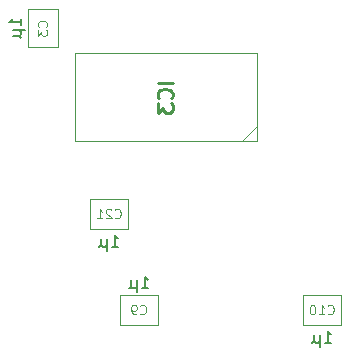
<source format=gbr>
%TF.GenerationSoftware,KiCad,Pcbnew,(5.1.10)-1*%
%TF.CreationDate,2024-05-08T08:23:43+02:00*%
%TF.ProjectId,M003,4d303033-2e6b-4696-9361-645f70636258,rev?*%
%TF.SameCoordinates,Original*%
%TF.FileFunction,Other,Fab,Bot*%
%FSLAX46Y46*%
G04 Gerber Fmt 4.6, Leading zero omitted, Abs format (unit mm)*
G04 Created by KiCad (PCBNEW (5.1.10)-1) date 2024-05-08 08:23:43*
%MOMM*%
%LPD*%
G01*
G04 APERTURE LIST*
%ADD10C,0.100000*%
%ADD11C,0.254000*%
%ADD12C,0.150000*%
%ADD13C,0.120000*%
G04 APERTURE END LIST*
D10*
%TO.C,IC3*%
X157560000Y-119320000D02*
X158830000Y-118050000D01*
X143430000Y-119320000D02*
X158830000Y-119320000D01*
X143430000Y-111820000D02*
X143430000Y-119320000D01*
X158830000Y-111820000D02*
X143430000Y-111820000D01*
X158830000Y-119320000D02*
X158830000Y-111820000D01*
%TO.C,C21*%
X144704000Y-126726000D02*
X147904000Y-126726000D01*
X144704000Y-124226000D02*
X144704000Y-126726000D01*
X147904000Y-124226000D02*
X144704000Y-124226000D01*
X147904000Y-126726000D02*
X147904000Y-124226000D01*
%TO.C,C10*%
X162738000Y-134854000D02*
X165938000Y-134854000D01*
X162738000Y-132354000D02*
X162738000Y-134854000D01*
X165938000Y-132354000D02*
X162738000Y-132354000D01*
X165938000Y-134854000D02*
X165938000Y-132354000D01*
%TO.C,C9*%
X150444000Y-132354000D02*
X147244000Y-132354000D01*
X150444000Y-134854000D02*
X150444000Y-132354000D01*
X147244000Y-134854000D02*
X150444000Y-134854000D01*
X147244000Y-132354000D02*
X147244000Y-134854000D01*
%TO.C,C3*%
X139466000Y-108128000D02*
X139466000Y-111328000D01*
X141966000Y-108128000D02*
X139466000Y-108128000D01*
X141966000Y-111328000D02*
X141966000Y-108128000D01*
X139466000Y-111328000D02*
X141966000Y-111328000D01*
%TD*%
%TO.C,IC3*%
D11*
X151704523Y-114330238D02*
X150434523Y-114330238D01*
X151583571Y-115660714D02*
X151644047Y-115600238D01*
X151704523Y-115418809D01*
X151704523Y-115297857D01*
X151644047Y-115116428D01*
X151523095Y-114995476D01*
X151402142Y-114935000D01*
X151160238Y-114874523D01*
X150978809Y-114874523D01*
X150736904Y-114935000D01*
X150615952Y-114995476D01*
X150495000Y-115116428D01*
X150434523Y-115297857D01*
X150434523Y-115418809D01*
X150495000Y-115600238D01*
X150555476Y-115660714D01*
X150434523Y-116084047D02*
X150434523Y-116870238D01*
X150918333Y-116446904D01*
X150918333Y-116628333D01*
X150978809Y-116749285D01*
X151039285Y-116809761D01*
X151160238Y-116870238D01*
X151462619Y-116870238D01*
X151583571Y-116809761D01*
X151644047Y-116749285D01*
X151704523Y-116628333D01*
X151704523Y-116265476D01*
X151644047Y-116144523D01*
X151583571Y-116084047D01*
%TO.C,C21*%
D12*
X146542095Y-128228380D02*
X147113523Y-128228380D01*
X146827809Y-128228380D02*
X146827809Y-127228380D01*
X146923047Y-127371238D01*
X147018285Y-127466476D01*
X147113523Y-127514095D01*
X146113523Y-127561714D02*
X146113523Y-128561714D01*
X145637333Y-128085523D02*
X145589714Y-128180761D01*
X145494476Y-128228380D01*
X146113523Y-128085523D02*
X146065904Y-128180761D01*
X145970666Y-128228380D01*
X145780190Y-128228380D01*
X145684952Y-128180761D01*
X145637333Y-128085523D01*
X145637333Y-127561714D01*
D13*
X146818285Y-125761714D02*
X146856380Y-125799809D01*
X146970666Y-125837904D01*
X147046857Y-125837904D01*
X147161142Y-125799809D01*
X147237333Y-125723619D01*
X147275428Y-125647428D01*
X147313523Y-125495047D01*
X147313523Y-125380761D01*
X147275428Y-125228380D01*
X147237333Y-125152190D01*
X147161142Y-125076000D01*
X147046857Y-125037904D01*
X146970666Y-125037904D01*
X146856380Y-125076000D01*
X146818285Y-125114095D01*
X146513523Y-125114095D02*
X146475428Y-125076000D01*
X146399238Y-125037904D01*
X146208761Y-125037904D01*
X146132571Y-125076000D01*
X146094476Y-125114095D01*
X146056380Y-125190285D01*
X146056380Y-125266476D01*
X146094476Y-125380761D01*
X146551619Y-125837904D01*
X146056380Y-125837904D01*
X145294476Y-125837904D02*
X145751619Y-125837904D01*
X145523047Y-125837904D02*
X145523047Y-125037904D01*
X145599238Y-125152190D01*
X145675428Y-125228380D01*
X145751619Y-125266476D01*
%TO.C,C10*%
D12*
X164576095Y-136356380D02*
X165147523Y-136356380D01*
X164861809Y-136356380D02*
X164861809Y-135356380D01*
X164957047Y-135499238D01*
X165052285Y-135594476D01*
X165147523Y-135642095D01*
X164147523Y-135689714D02*
X164147523Y-136689714D01*
X163671333Y-136213523D02*
X163623714Y-136308761D01*
X163528476Y-136356380D01*
X164147523Y-136213523D02*
X164099904Y-136308761D01*
X164004666Y-136356380D01*
X163814190Y-136356380D01*
X163718952Y-136308761D01*
X163671333Y-136213523D01*
X163671333Y-135689714D01*
D13*
X164852285Y-133889714D02*
X164890380Y-133927809D01*
X165004666Y-133965904D01*
X165080857Y-133965904D01*
X165195142Y-133927809D01*
X165271333Y-133851619D01*
X165309428Y-133775428D01*
X165347523Y-133623047D01*
X165347523Y-133508761D01*
X165309428Y-133356380D01*
X165271333Y-133280190D01*
X165195142Y-133204000D01*
X165080857Y-133165904D01*
X165004666Y-133165904D01*
X164890380Y-133204000D01*
X164852285Y-133242095D01*
X164090380Y-133965904D02*
X164547523Y-133965904D01*
X164318952Y-133965904D02*
X164318952Y-133165904D01*
X164395142Y-133280190D01*
X164471333Y-133356380D01*
X164547523Y-133394476D01*
X163595142Y-133165904D02*
X163518952Y-133165904D01*
X163442761Y-133204000D01*
X163404666Y-133242095D01*
X163366571Y-133318285D01*
X163328476Y-133470666D01*
X163328476Y-133661142D01*
X163366571Y-133813523D01*
X163404666Y-133889714D01*
X163442761Y-133927809D01*
X163518952Y-133965904D01*
X163595142Y-133965904D01*
X163671333Y-133927809D01*
X163709428Y-133889714D01*
X163747523Y-133813523D01*
X163785619Y-133661142D01*
X163785619Y-133470666D01*
X163747523Y-133318285D01*
X163709428Y-133242095D01*
X163671333Y-133204000D01*
X163595142Y-133165904D01*
%TO.C,C9*%
D12*
X149082095Y-131756380D02*
X149653523Y-131756380D01*
X149367809Y-131756380D02*
X149367809Y-130756380D01*
X149463047Y-130899238D01*
X149558285Y-130994476D01*
X149653523Y-131042095D01*
X148653523Y-131089714D02*
X148653523Y-132089714D01*
X148177333Y-131613523D02*
X148129714Y-131708761D01*
X148034476Y-131756380D01*
X148653523Y-131613523D02*
X148605904Y-131708761D01*
X148510666Y-131756380D01*
X148320190Y-131756380D01*
X148224952Y-131708761D01*
X148177333Y-131613523D01*
X148177333Y-131089714D01*
D13*
X148977333Y-133889714D02*
X149015428Y-133927809D01*
X149129714Y-133965904D01*
X149205904Y-133965904D01*
X149320190Y-133927809D01*
X149396380Y-133851619D01*
X149434476Y-133775428D01*
X149472571Y-133623047D01*
X149472571Y-133508761D01*
X149434476Y-133356380D01*
X149396380Y-133280190D01*
X149320190Y-133204000D01*
X149205904Y-133165904D01*
X149129714Y-133165904D01*
X149015428Y-133204000D01*
X148977333Y-133242095D01*
X148596380Y-133965904D02*
X148444000Y-133965904D01*
X148367809Y-133927809D01*
X148329714Y-133889714D01*
X148253523Y-133775428D01*
X148215428Y-133623047D01*
X148215428Y-133318285D01*
X148253523Y-133242095D01*
X148291619Y-133204000D01*
X148367809Y-133165904D01*
X148520190Y-133165904D01*
X148596380Y-133204000D01*
X148634476Y-133242095D01*
X148672571Y-133318285D01*
X148672571Y-133508761D01*
X148634476Y-133584952D01*
X148596380Y-133623047D01*
X148520190Y-133661142D01*
X148367809Y-133661142D01*
X148291619Y-133623047D01*
X148253523Y-133584952D01*
X148215428Y-133508761D01*
%TO.C,C3*%
D12*
X138868380Y-109489904D02*
X138868380Y-108918476D01*
X138868380Y-109204190D02*
X137868380Y-109204190D01*
X138011238Y-109108952D01*
X138106476Y-109013714D01*
X138154095Y-108918476D01*
X138201714Y-109918476D02*
X139201714Y-109918476D01*
X138725523Y-110394666D02*
X138820761Y-110442285D01*
X138868380Y-110537523D01*
X138725523Y-109918476D02*
X138820761Y-109966095D01*
X138868380Y-110061333D01*
X138868380Y-110251809D01*
X138820761Y-110347047D01*
X138725523Y-110394666D01*
X138201714Y-110394666D01*
D13*
X141001714Y-109594666D02*
X141039809Y-109556571D01*
X141077904Y-109442285D01*
X141077904Y-109366095D01*
X141039809Y-109251809D01*
X140963619Y-109175619D01*
X140887428Y-109137523D01*
X140735047Y-109099428D01*
X140620761Y-109099428D01*
X140468380Y-109137523D01*
X140392190Y-109175619D01*
X140316000Y-109251809D01*
X140277904Y-109366095D01*
X140277904Y-109442285D01*
X140316000Y-109556571D01*
X140354095Y-109594666D01*
X140277904Y-109861333D02*
X140277904Y-110356571D01*
X140582666Y-110089904D01*
X140582666Y-110204190D01*
X140620761Y-110280380D01*
X140658857Y-110318476D01*
X140735047Y-110356571D01*
X140925523Y-110356571D01*
X141001714Y-110318476D01*
X141039809Y-110280380D01*
X141077904Y-110204190D01*
X141077904Y-109975619D01*
X141039809Y-109899428D01*
X141001714Y-109861333D01*
%TD*%
M02*

</source>
